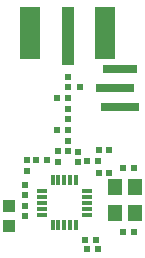
<source format=gtp>
G04*
G04 #@! TF.GenerationSoftware,Altium Limited,Altium Designer,18.1.7 (191)*
G04*
G04 Layer_Color=8421504*
%FSLAX24Y24*%
%MOIN*%
G70*
G01*
G75*
%ADD15R,0.0709X0.1772*%
%ADD16R,0.0394X0.1969*%
%ADD17R,0.0200X0.0200*%
%ADD18R,0.1299X0.0315*%
%ADD19R,0.1181X0.0315*%
%ADD20R,0.0472X0.0551*%
%ADD21R,0.0118X0.0354*%
%ADD22R,0.0354X0.0118*%
%ADD23R,0.0394X0.0394*%
%ADD24R,0.0197X0.0197*%
%ADD25R,0.0197X0.0197*%
D15*
X3860Y9231D02*
D03*
X1340D02*
D03*
D16*
X2600Y9133D02*
D03*
D17*
X3000Y7419D02*
D03*
X2600D02*
D03*
D18*
X4357Y6774D02*
D03*
X4199Y7404D02*
D03*
D19*
X4357Y8033D02*
D03*
D20*
X4850Y3218D02*
D03*
X4181D02*
D03*
Y4084D02*
D03*
X4850D02*
D03*
D21*
X2100Y4315D02*
D03*
X2297D02*
D03*
X2887D02*
D03*
X2691Y2827D02*
D03*
X2494D02*
D03*
X2100D02*
D03*
X2297D02*
D03*
X2887D02*
D03*
X2691Y4315D02*
D03*
X2494D02*
D03*
D22*
X3238Y3768D02*
D03*
X1750Y3571D02*
D03*
X3238Y3177D02*
D03*
X1750Y3965D02*
D03*
Y3374D02*
D03*
X3238Y3571D02*
D03*
Y3374D02*
D03*
Y3965D02*
D03*
X1750Y3768D02*
D03*
Y3177D02*
D03*
D23*
X662Y3471D02*
D03*
Y2801D02*
D03*
D24*
X1184Y3826D02*
D03*
Y4176D02*
D03*
X2600Y6350D02*
D03*
Y6700D02*
D03*
Y5634D02*
D03*
Y5284D02*
D03*
X2278Y5291D02*
D03*
Y4941D02*
D03*
X1250Y4984D02*
D03*
Y4634D02*
D03*
X1191Y3467D02*
D03*
Y3117D02*
D03*
X2950Y4921D02*
D03*
Y5271D02*
D03*
X2600Y7768D02*
D03*
Y7419D02*
D03*
D25*
X3257Y4977D02*
D03*
X3607D02*
D03*
X4800Y4734D02*
D03*
X4450D02*
D03*
X4807Y2584D02*
D03*
X4457D02*
D03*
X3643Y4577D02*
D03*
X3993D02*
D03*
X3600Y2034D02*
D03*
X3250D02*
D03*
X3643Y5327D02*
D03*
X3993D02*
D03*
X3193Y2334D02*
D03*
X3543D02*
D03*
X2600Y7050D02*
D03*
X2250D02*
D03*
Y6000D02*
D03*
X2600D02*
D03*
X1550Y4984D02*
D03*
X1900D02*
D03*
M02*

</source>
